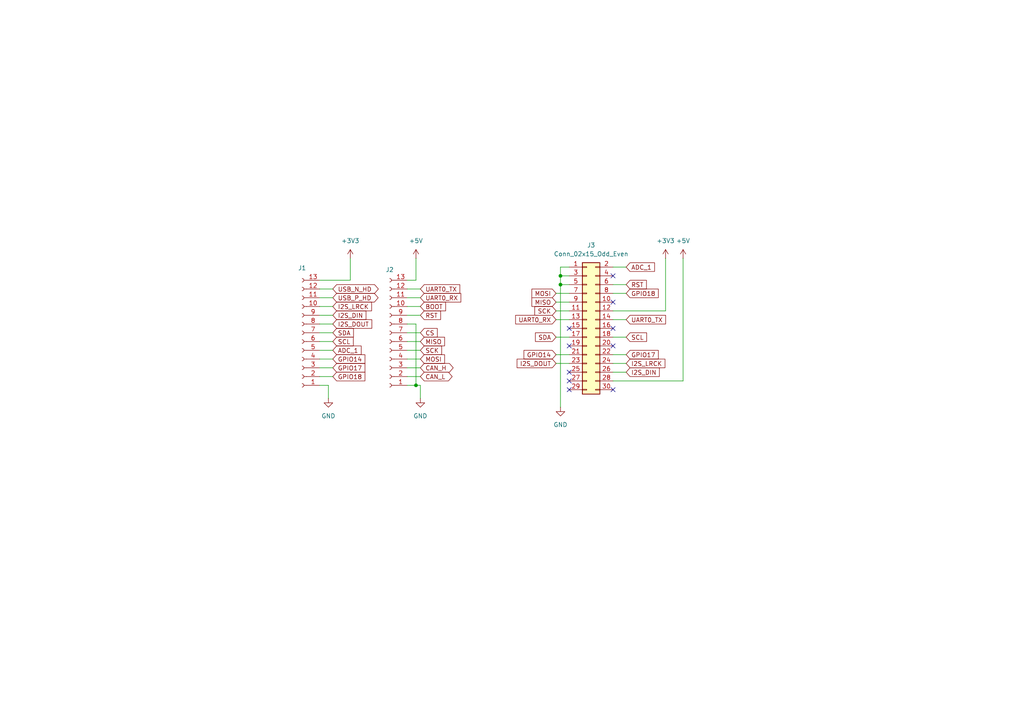
<source format=kicad_sch>
(kicad_sch (version 20250114) (generator "eeschema") (generator_version "9.0")
  (paper "A4")
  (lib_symbols
    (symbol "Connector:Conn_01x13_Socket" (pin_names (offset 1.016) (hide yes))
      (property "Reference" "J" (at 0 17.78 0))
      (property "Value" "Conn_01x13_Socket" (at 0 -17.78 0))
      (symbol "Conn_01x13_Socket_1_1"
        (polyline (pts (xy -1.27 15.24) (xy -0.508 15.24)) (stroke (width 0.1524)))
        (polyline (pts (xy -1.27 12.7) (xy -0.508 12.7)) (stroke (width 0.1524)))
        (polyline (pts (xy -1.27 10.16) (xy -0.508 10.16)) (stroke (width 0.1524)))
        (polyline (pts (xy -1.27 7.62) (xy -0.508 7.62)) (stroke (width 0.1524)))
        (polyline (pts (xy -1.27 5.08) (xy -0.508 5.08)) (stroke (width 0.1524)))
        (polyline (pts (xy -1.27 2.54) (xy -0.508 2.54)) (stroke (width 0.1524)))
        (polyline (pts (xy -1.27 0) (xy -0.508 0)) (stroke (width 0.1524)))
        (polyline (pts (xy -1.27 -2.54) (xy -0.508 -2.54)) (stroke (width 0.1524)))
        (polyline (pts (xy -1.27 -5.08) (xy -0.508 -5.08)) (stroke (width 0.1524)))
        (polyline (pts (xy -1.27 -7.62) (xy -0.508 -7.62)) (stroke (width 0.1524)))
        (polyline (pts (xy -1.27 -10.16) (xy -0.508 -10.16)) (stroke (width 0.1524)))
        (polyline (pts (xy -1.27 -12.7) (xy -0.508 -12.7)) (stroke (width 0.1524)))
        (polyline (pts (xy -1.27 -15.24) (xy -0.508 -15.24)) (stroke (width 0.1524)))
        (arc (start 0 14.732) (mid -0.5058 15.24) (end 0 15.748) (stroke (width 0.1524)))
        (arc (start 0 12.192) (mid -0.5058 12.7) (end 0 13.208) (stroke (width 0.1524)))
        (arc (start 0 9.652) (mid -0.5058 10.16) (end 0 10.668) (stroke (width 0.1524)))
        (arc (start 0 7.112) (mid -0.5058 7.62) (end 0 8.128) (stroke (width 0.1524)))
        (arc (start 0 4.572) (mid -0.5058 5.08) (end 0 5.588) (stroke (width 0.1524)))
        (arc (start 0 2.032) (mid -0.5058 2.54) (end 0 3.048) (stroke (width 0.1524)))
        (arc (start 0 -0.508) (mid -0.5058 0) (end 0 0.508) (stroke (width 0.1524)))
        (arc (start 0 -3.048) (mid -0.5058 -2.54) (end 0 -2.032) (stroke (width 0.1524)))
        (arc (start 0 -5.588) (mid -0.5058 -5.08) (end 0 -4.572) (stroke (width 0.1524)))
        (arc (start 0 -8.128) (mid -0.5058 -7.62) (end 0 -7.112) (stroke (width 0.1524)))
        (arc (start 0 -10.668) (mid -0.5058 -10.16) (end 0 -9.652) (stroke (width 0.1524)))
        (arc (start 0 -13.208) (mid -0.5058 -12.7) (end 0 -12.192) (stroke (width 0.1524)))
        (arc (start 0 -15.748) (mid -0.5058 -15.24) (end 0 -14.732) (stroke (width 0.1524)))
        (pin passive line (at -5.08 15.24 0) (length 3.81) (name "Pin_1") (number "1"))
        (pin passive line (at -5.08 12.7 0) (length 3.81) (name "Pin_2") (number "2"))
        (pin passive line (at -5.08 10.16 0) (length 3.81) (name "Pin_3") (number "3"))
        (pin passive line (at -5.08 7.62 0) (length 3.81) (name "Pin_4") (number "4"))
        (pin passive line (at -5.08 5.08 0) (length 3.81) (name "Pin_5") (number "5"))
        (pin passive line (at -5.08 2.54 0) (length 3.81) (name "Pin_6") (number "6"))
        (pin passive line (at -5.08 0 0) (length 3.81) (name "Pin_7") (number "7"))
        (pin passive line (at -5.08 -2.54 0) (length 3.81) (name "Pin_8") (number "8"))
        (pin passive line (at -5.08 -5.08 0) (length 3.81) (name "Pin_9") (number "9"))
        (pin passive line (at -5.08 -7.62 0) (length 3.81) (name "Pin_10") (number "10"))
        (pin passive line (at -5.08 -10.16 0) (length 3.81) (name "Pin_11") (number "11"))
        (pin passive line (at -5.08 -12.7 0) (length 3.81) (name "Pin_12") (number "12"))
        (pin passive line (at -5.08 -15.24 0) (length 3.81) (name "Pin_13") (number "13"))
      )
    )
    (symbol "Connector_Generic:Conn_02x15_Odd_Even" (pin_names (offset 1.016) (hide yes))
      (property "Reference" "J" (at 1.27 20.32 0))
      (property "Value" "Conn_02x15_Odd_Even" (at 1.27 -20.32 0))
      (symbol "Conn_02x15_Odd_Even_1_1"
        (rectangle (start -1.27 19.05) (end 3.81 -19.05) (stroke (width 0.254)) (fill (type background)))
        (rectangle (start -1.27 17.907) (end 0 17.653) (stroke (width 0.1524)))
        (rectangle (start -1.27 15.367) (end 0 15.113) (stroke (width 0.1524)))
        (rectangle (start -1.27 12.827) (end 0 12.573) (stroke (width 0.1524)))
        (rectangle (start -1.27 10.287) (end 0 10.033) (stroke (width 0.1524)))
        (rectangle (start -1.27 7.747) (end 0 7.493) (stroke (width 0.1524)))
        (rectangle (start -1.27 5.207) (end 0 4.953) (stroke (width 0.1524)))
        (rectangle (start -1.27 2.667) (end 0 2.413) (stroke (width 0.1524)))
        (rectangle (start -1.27 0.127) (end 0 -0.127) (stroke (width 0.1524)))
        (rectangle (start -1.27 -2.413) (end 0 -2.667) (stroke (width 0.1524)))
        (rectangle (start -1.27 -4.953) (end 0 -5.207) (stroke (width 0.1524)))
        (rectangle (start -1.27 -7.493) (end 0 -7.747) (stroke (width 0.1524)))
        (rectangle (start -1.27 -10.033) (end 0 -10.287) (stroke (width 0.1524)))
        (rectangle (start -1.27 -12.573) (end 0 -12.827) (stroke (width 0.1524)))
        (rectangle (start -1.27 -15.113) (end 0 -15.367) (stroke (width 0.1524)))
        (rectangle (start -1.27 -17.653) (end 0 -17.907) (stroke (width 0.1524)))
        (rectangle (start 3.81 17.907) (end 2.54 17.653) (stroke (width 0.1524)))
        (rectangle (start 3.81 15.367) (end 2.54 15.113) (stroke (width 0.1524)))
        (rectangle (start 3.81 12.827) (end 2.54 12.573) (stroke (width 0.1524)))
        (rectangle (start 3.81 10.287) (end 2.54 10.033) (stroke (width 0.1524)))
        (rectangle (start 3.81 7.747) (end 2.54 7.493) (stroke (width 0.1524)))
        (rectangle (start 3.81 5.207) (end 2.54 4.953) (stroke (width 0.1524)))
        (rectangle (start 3.81 2.667) (end 2.54 2.413) (stroke (width 0.1524)))
        (rectangle (start 3.81 0.127) (end 2.54 -0.127) (stroke (width 0.1524)))
        (rectangle (start 3.81 -2.413) (end 2.54 -2.667) (stroke (width 0.1524)))
        (rectangle (start 3.81 -4.953) (end 2.54 -5.207) (stroke (width 0.1524)))
        (rectangle (start 3.81 -7.493) (end 2.54 -7.747) (stroke (width 0.1524)))
        (rectangle (start 3.81 -10.033) (end 2.54 -10.287) (stroke (width 0.1524)))
        (rectangle (start 3.81 -12.573) (end 2.54 -12.827) (stroke (width 0.1524)))
        (rectangle (start 3.81 -15.113) (end 2.54 -15.367) (stroke (width 0.1524)))
        (rectangle (start 3.81 -17.653) (end 2.54 -17.907) (stroke (width 0.1524)))
        (pin passive line (at -5.08 17.78 0) (length 3.81) (name "Pin_1") (number "1"))
        (pin passive line (at -5.08 15.24 0) (length 3.81) (name "Pin_3") (number "3"))
        (pin passive line (at -5.08 12.7 0) (length 3.81) (name "Pin_5") (number "5"))
        (pin passive line (at -5.08 10.16 0) (length 3.81) (name "Pin_7") (number "7"))
        (pin passive line (at -5.08 7.62 0) (length 3.81) (name "Pin_9") (number "9"))
        (pin passive line (at -5.08 5.08 0) (length 3.81) (name "Pin_11") (number "11"))
        (pin passive line (at -5.08 2.54 0) (length 3.81) (name "Pin_13") (number "13"))
        (pin passive line (at -5.08 0 0) (length 3.81) (name "Pin_15") (number "15"))
        (pin passive line (at -5.08 -2.54 0) (length 3.81) (name "Pin_17") (number "17"))
        (pin passive line (at -5.08 -5.08 0) (length 3.81) (name "Pin_19") (number "19"))
        (pin passive line (at -5.08 -7.62 0) (length 3.81) (name "Pin_21") (number "21"))
        (pin passive line (at -5.08 -10.16 0) (length 3.81) (name "Pin_23") (number "23"))
        (pin passive line (at -5.08 -12.7 0) (length 3.81) (name "Pin_25") (number "25"))
        (pin passive line (at -5.08 -15.24 0) (length 3.81) (name "Pin_27") (number "27"))
        (pin passive line (at -5.08 -17.78 0) (length 3.81) (name "Pin_29") (number "29"))
        (pin passive line (at 7.62 17.78 180) (length 3.81) (name "Pin_2") (number "2"))
        (pin passive line (at 7.62 15.24 180) (length 3.81) (name "Pin_4") (number "4"))
        (pin passive line (at 7.62 12.7 180) (length 3.81) (name "Pin_6") (number "6"))
        (pin passive line (at 7.62 10.16 180) (length 3.81) (name "Pin_8") (number "8"))
        (pin passive line (at 7.62 7.62 180) (length 3.81) (name "Pin_10") (number "10"))
        (pin passive line (at 7.62 5.08 180) (length 3.81) (name "Pin_12") (number "12"))
        (pin passive line (at 7.62 2.54 180) (length 3.81) (name "Pin_14") (number "14"))
        (pin passive line (at 7.62 0 180) (length 3.81) (name "Pin_16") (number "16"))
        (pin passive line (at 7.62 -2.54 180) (length 3.81) (name "Pin_18") (number "18"))
        (pin passive line (at 7.62 -5.08 180) (length 3.81) (name "Pin_20") (number "20"))
        (pin passive line (at 7.62 -7.62 180) (length 3.81) (name "Pin_22") (number "22"))
        (pin passive line (at 7.62 -10.16 180) (length 3.81) (name "Pin_24") (number "24"))
        (pin passive line (at 7.62 -12.7 180) (length 3.81) (name "Pin_26") (number "26"))
        (pin passive line (at 7.62 -15.24 180) (length 3.81) (name "Pin_28") (number "28"))
        (pin passive line (at 7.62 -17.78 180) (length 3.81) (name "Pin_30") (number "30"))
      )
    )
    (symbol "power:+3V3" (power) (pin_numbers (hide yes)) (pin_names (offset 0) (hide yes))
      (property "Value" "+3V3" (at 0 3.556 0))
      (symbol "+3V3_0_1"
        (polyline (pts (xy -0.762 1.27) (xy 0 2.54)))
        (polyline (pts (xy 0 2.54) (xy 0.762 1.27)))
        (polyline (pts (xy 0 0) (xy 0 2.54)))
      )
      (symbol "+3V3_1_1"
        (pin power_in line (at 0 0 90) (length 0) (name "~") (number "1"))
      )
    )
    (symbol "power:+5V" (power) (pin_numbers (hide yes)) (pin_names (offset 0) (hide yes))
      (property "Value" "+5V" (at 0 3.556 0))
      (symbol "+5V_0_1"
        (polyline (pts (xy -0.762 1.27) (xy 0 2.54)))
        (polyline (pts (xy 0 2.54) (xy 0.762 1.27)))
        (polyline (pts (xy 0 0) (xy 0 2.54)))
      )
      (symbol "+5V_1_1"
        (pin power_in line (at 0 0 90) (length 0) (name "~") (number "1"))
      )
    )
    (symbol "power:GND" (power) (pin_numbers (hide yes)) (pin_names (offset 0) (hide yes))
      (property "Value" "GND" (at 0 -3.81 0))
      (symbol "GND_0_1"
        (polyline (pts (xy 0 0) (xy 0 -1.27) (xy 1.27 -1.27) (xy 0 -2.54) (xy -1.27 -1.27) (xy 0 -1.27)))
      )
      (symbol "GND_1_1"
        (pin power_in line (at 0 0 270) (length 0) (name "~") (number "1"))
      )
    )
  )
  (junction (at 162.56 80.01))
  (junction (at 120.65 111.76))
  (junction (at 162.56 82.55))
  (no_connect (at 165.1 113.03))
  (no_connect (at 177.8 87.63))
  (no_connect (at 177.8 113.03))
  (no_connect (at 165.1 95.25))
  (no_connect (at 165.1 107.95))
  (no_connect (at 165.1 110.49))
  (no_connect (at 177.8 100.33))
  (no_connect (at 177.8 80.01))
  (no_connect (at 165.1 100.33))
  (no_connect (at 177.8 95.25))
  (wire (pts (xy 118.11 88.9) (xy 121.92 88.9)))
  (wire (pts (xy 118.11 99.06) (xy 121.92 99.06)))
  (wire (pts (xy 118.11 111.76) (xy 120.65 111.76)))
  (wire (pts (xy 92.71 81.28) (xy 101.6 81.28)))
  (wire (pts (xy 161.29 92.71) (xy 165.1 92.71)))
  (wire (pts (xy 118.11 106.68) (xy 121.92 106.68)))
  (wire (pts (xy 161.29 102.87) (xy 165.1 102.87)))
  (wire (pts (xy 92.71 88.9) (xy 96.52 88.9)))
  (wire (pts (xy 177.8 77.47) (xy 181.61 77.47)))
  (wire (pts (xy 92.71 111.76) (xy 95.25 111.76)))
  (wire (pts (xy 162.56 80.01) (xy 162.56 82.55)))
  (wire (pts (xy 92.71 91.44) (xy 96.52 91.44)))
  (wire (pts (xy 193.04 74.93) (xy 193.04 90.17)))
  (wire (pts (xy 161.29 90.17) (xy 165.1 90.17)))
  (wire (pts (xy 118.11 81.28) (xy 120.65 81.28)))
  (wire (pts (xy 118.11 109.22) (xy 121.92 109.22)))
  (wire (pts (xy 92.71 96.52) (xy 96.52 96.52)))
  (wire (pts (xy 177.8 102.87) (xy 181.61 102.87)))
  (wire (pts (xy 161.29 97.79) (xy 165.1 97.79)))
  (wire (pts (xy 92.71 99.06) (xy 96.52 99.06)))
  (wire (pts (xy 118.11 83.82) (xy 121.92 83.82)))
  (wire (pts (xy 118.11 101.6) (xy 121.92 101.6)))
  (wire (pts (xy 92.71 104.14) (xy 96.52 104.14)))
  (wire (pts (xy 118.11 91.44) (xy 121.92 91.44)))
  (wire (pts (xy 177.8 105.41) (xy 181.61 105.41)))
  (wire (pts (xy 198.12 110.49) (xy 177.8 110.49)))
  (wire (pts (xy 92.71 109.22) (xy 96.52 109.22)))
  (wire (pts (xy 177.8 97.79) (xy 181.61 97.79)))
  (wire (pts (xy 177.8 82.55) (xy 181.61 82.55)))
  (wire (pts (xy 165.1 77.47) (xy 162.56 77.47)))
  (wire (pts (xy 118.11 93.98) (xy 120.65 93.98)))
  (wire (pts (xy 92.71 93.98) (xy 96.52 93.98)))
  (wire (pts (xy 118.11 96.52) (xy 121.92 96.52)))
  (wire (pts (xy 95.25 111.76) (xy 95.25 115.57)))
  (wire (pts (xy 92.71 86.36) (xy 96.52 86.36)))
  (wire (pts (xy 161.29 85.09) (xy 165.1 85.09)))
  (wire (pts (xy 193.04 90.17) (xy 177.8 90.17)))
  (wire (pts (xy 177.8 85.09) (xy 181.61 85.09)))
  (wire (pts (xy 92.71 101.6) (xy 96.52 101.6)))
  (wire (pts (xy 118.11 86.36) (xy 121.92 86.36)))
  (wire (pts (xy 198.12 74.93) (xy 198.12 110.49)))
  (wire (pts (xy 162.56 77.47) (xy 162.56 80.01)))
  (wire (pts (xy 92.71 106.68) (xy 96.52 106.68)))
  (wire (pts (xy 177.8 107.95) (xy 181.61 107.95)))
  (wire (pts (xy 162.56 82.55) (xy 165.1 82.55)))
  (wire (pts (xy 120.65 93.98) (xy 120.65 111.76)))
  (wire (pts (xy 92.71 83.82) (xy 96.52 83.82)))
  (wire (pts (xy 120.65 74.93) (xy 120.65 81.28)))
  (wire (pts (xy 177.8 92.71) (xy 181.61 92.71)))
  (wire (pts (xy 101.6 74.93) (xy 101.6 81.28)))
  (wire (pts (xy 161.29 87.63) (xy 165.1 87.63)))
  (wire (pts (xy 162.56 82.55) (xy 162.56 118.11)))
  (wire (pts (xy 118.11 104.14) (xy 121.92 104.14)))
  (wire (pts (xy 121.92 111.76) (xy 121.92 115.57)))
  (wire (pts (xy 161.29 105.41) (xy 165.1 105.41)))
  (wire (pts (xy 120.65 111.76) (xy 121.92 111.76)))
  (wire (pts (xy 162.56 80.01) (xy 165.1 80.01)))
  (global_label "GPIO17" (shape input) (at 96.52 106.68 0) (property "Intersheetrefs" "${INTERSHEET_REFS}" (effects (hide yes))))
  (global_label "SDA" (shape input) (at 161.29 97.79 180) (property "Intersheetrefs" "${INTERSHEET_REFS}" (effects (hide yes))))
  (global_label "GPIO14" (shape input) (at 161.29 102.87 180) (property "Intersheetrefs" "${INTERSHEET_REFS}" (effects (hide yes))))
  (global_label "UART0_TX" (shape input) (at 181.61 92.71 0) (property "Intersheetrefs" "${INTERSHEET_REFS}" (effects (hide yes))))
  (global_label "CS" (shape input) (at 121.92 96.52 0) (property "Intersheetrefs" "${INTERSHEET_REFS}" (effects (hide yes))))
  (global_label "GPIO17" (shape input) (at 181.61 102.87 0) (property "Intersheetrefs" "${INTERSHEET_REFS}" (effects (hide yes))))
  (global_label "SCL" (shape input) (at 181.61 97.79 0) (property "Intersheetrefs" "${INTERSHEET_REFS}" (effects (hide yes))))
  (global_label "SCL" (shape input) (at 96.52 99.06 0) (property "Intersheetrefs" "${INTERSHEET_REFS}" (effects (hide yes))))
  (global_label "I2S_LRCK" (shape input) (at 96.52 88.9 0) (property "Intersheetrefs" "${INTERSHEET_REFS}" (effects (hide yes))))
  (global_label "UART0_RX" (shape input) (at 121.92 86.36 0) (property "Intersheetrefs" "${INTERSHEET_REFS}" (effects (hide yes))))
  (global_label "GPIO18" (shape input) (at 181.61 85.09 0) (property "Intersheetrefs" "${INTERSHEET_REFS}" (effects (hide yes))))
  (global_label "CAN_L" (shape bidirectional) (at 121.92 109.22 0) (property "Intersheetrefs" "${INTERSHEET_REFS}" (effects (hide yes))))
  (global_label "ADC_1" (shape input) (at 181.61 77.47 0) (property "Intersheetrefs" "${INTERSHEET_REFS}" (effects (hide yes))))
  (global_label "I2S_DOUT" (shape input) (at 96.52 93.98 0) (property "Intersheetrefs" "${INTERSHEET_REFS}" (effects (hide yes))))
  (global_label "MISO" (shape input) (at 121.92 99.06 0) (property "Intersheetrefs" "${INTERSHEET_REFS}" (effects (hide yes))))
  (global_label "I2S_DIN" (shape input) (at 96.52 91.44 0) (property "Intersheetrefs" "${INTERSHEET_REFS}" (effects (hide yes))))
  (global_label "MOSI" (shape input) (at 121.92 104.14 0) (property "Intersheetrefs" "${INTERSHEET_REFS}" (effects (hide yes))))
  (global_label "USB_N_HD" (shape bidirectional) (at 96.52 83.82 0) (property "Intersheetrefs" "${INTERSHEET_REFS}" (effects (hide yes))))
  (global_label "I2S_DOUT" (shape input) (at 161.29 105.41 180) (property "Intersheetrefs" "${INTERSHEET_REFS}" (effects (hide yes))))
  (global_label "GPIO18" (shape input) (at 96.52 109.22 0) (property "Intersheetrefs" "${INTERSHEET_REFS}" (effects (hide yes))))
  (global_label "ADC_1" (shape input) (at 96.52 101.6 0) (property "Intersheetrefs" "${INTERSHEET_REFS}" (effects (hide yes))))
  (global_label "SCK" (shape input) (at 121.92 101.6 0) (property "Intersheetrefs" "${INTERSHEET_REFS}" (effects (hide yes))))
  (global_label "USB_P_HD" (shape bidirectional) (at 96.52 86.36 0) (property "Intersheetrefs" "${INTERSHEET_REFS}" (effects (hide yes))))
  (global_label "SDA" (shape input) (at 96.52 96.52 0) (property "Intersheetrefs" "${INTERSHEET_REFS}" (effects (hide yes))))
  (global_label "BOOT" (shape input) (at 121.92 88.9 0) (property "Intersheetrefs" "${INTERSHEET_REFS}" (effects (hide yes))))
  (global_label "UART0_RX" (shape input) (at 161.29 92.71 180) (property "Intersheetrefs" "${INTERSHEET_REFS}" (effects (hide yes))))
  (global_label "UART0_TX" (shape input) (at 121.92 83.82 0) (property "Intersheetrefs" "${INTERSHEET_REFS}" (effects (hide yes))))
  (global_label "SCK" (shape input) (at 161.29 90.17 180) (property "Intersheetrefs" "${INTERSHEET_REFS}" (effects (hide yes))))
  (global_label "I2S_LRCK" (shape input) (at 181.61 105.41 0) (property "Intersheetrefs" "${INTERSHEET_REFS}" (effects (hide yes))))
  (global_label "GPIO14" (shape input) (at 96.52 104.14 0) (property "Intersheetrefs" "${INTERSHEET_REFS}" (effects (hide yes))))
  (global_label "MOSI" (shape input) (at 161.29 85.09 180) (property "Intersheetrefs" "${INTERSHEET_REFS}" (effects (hide yes))))
  (global_label "RST" (shape input) (at 121.92 91.44 0) (property "Intersheetrefs" "${INTERSHEET_REFS}" (effects (hide yes))))
  (global_label "I2S_DIN" (shape input) (at 181.61 107.95 0) (property "Intersheetrefs" "${INTERSHEET_REFS}" (effects (hide yes))))
  (global_label "RST" (shape input) (at 181.61 82.55 0) (property "Intersheetrefs" "${INTERSHEET_REFS}" (effects (hide yes))))
  (global_label "MISO" (shape input) (at 161.29 87.63 180) (property "Intersheetrefs" "${INTERSHEET_REFS}" (effects (hide yes))))
  (global_label "CAN_H" (shape bidirectional) (at 121.92 106.68 0) (property "Intersheetrefs" "${INTERSHEET_REFS}" (effects (hide yes))))
  (symbol (lib_id "power:+3V3") (at 101.6 74.93 0) (unit 1)
    (property "Reference" "#PWR02" (effects (hide yes)))
    (property "Value" "+3V3" (at 101.6 69.85 0))
    (property "Description" "Power symbol creates a global label with name \"+3V3\"" (effects (hide yes)))
  )
  (symbol (lib_id "power:+5V") (at 198.12 74.93 0) (unit 1)
    (property "Reference" "#PWR07" (effects (hide yes)))
    (property "Value" "+5V" (at 198.12 69.85 0))
    (property "Description" "Power symbol creates a global label with name \"+5V\"" (effects (hide yes)))
  )
  (symbol (lib_id "Connector:Conn_01x13_Socket") (at 113.03 96.52 180) (unit 1)
    (property "Reference" "J2" (at 113.03 78.232 0))
    (property "Value" "Conn_01x13_Socket" (effects (hide yes)))
    (property "Footprint" "Connector_PinSocket_2.54mm:PinSocket_1x13_P2.54mm_Vertical" (effects (hide yes)))
    (property "Description" "Generic connector, single row, 01x13, script generated" (effects (hide yes)))
  )
  (symbol (lib_id "power:GND") (at 95.25 115.57 0) (unit 1)
    (property "Reference" "#PWR01" (effects (hide yes)))
    (property "Value" "GND" (at 95.25 120.65 0))
    (property "Description" "Power symbol creates a global label with name \"GND\" , ground" (effects (hide yes)))
  )
  (symbol (lib_id "power:GND") (at 162.56 118.11 0) (unit 1)
    (property "Reference" "#PWR05" (effects (hide yes)))
    (property "Value" "GND" (at 162.56 123.19 0))
    (property "Description" "Power symbol creates a global label with name \"GND\" , ground" (effects (hide yes)))
  )
  (symbol (lib_id "Connector:Conn_01x13_Socket") (at 87.63 96.52 180) (unit 1)
    (property "Reference" "J1" (at 87.63 77.724 0))
    (property "Value" "Conn_01x13_Socket" (effects (hide yes)))
    (property "Footprint" "Connector_PinSocket_2.54mm:PinSocket_1x13_P2.54mm_Vertical" (effects (hide yes)))
    (property "Description" "Generic connector, single row, 01x13, script generated" (effects (hide yes)))
  )
  (symbol (lib_id "power:GND") (at 121.92 115.57 0) (unit 1)
    (property "Reference" "#PWR04" (effects (hide yes)))
    (property "Value" "GND" (at 121.92 120.65 0))
    (property "Description" "Power symbol creates a global label with name \"GND\" , ground" (effects (hide yes)))
  )
  (symbol (lib_id "Connector_Generic:Conn_02x15_Odd_Even") (at 170.18 95.25 0) (unit 1)
    (property "Reference" "J3" (at 171.45 71.12 0))
    (property "Value" "Conn_02x15_Odd_Even" (at 171.45 73.66 0))
    (property "Footprint" "Connector_PinHeader_2.54mm:PinHeader_2x15_P2.54mm_Vertical" (effects (hide yes)))
    (property "Description" "Generic connector, double row, 02x15, odd/even pin numbering scheme (row 1 odd numbers, row 2 even numbers), script generated (kicad-library-utils/schlib/autogen/connector/)" (effects (hide yes)))
  )
  (symbol (lib_id "power:+5V") (at 120.65 74.93 0) (unit 1)
    (property "Reference" "#PWR03" (effects (hide yes)))
    (property "Value" "+5V" (at 120.65 69.85 0))
    (property "Description" "Power symbol creates a global label with name \"+5V\"" (effects (hide yes)))
  )
  (symbol (lib_id "power:+3V3") (at 193.04 74.93 0) (unit 1)
    (property "Reference" "#PWR06" (effects (hide yes)))
    (property "Value" "+3V3" (at 193.04 69.85 0))
    (property "Description" "Power symbol creates a global label with name \"+3V3\"" (effects (hide yes)))
  )
)
</source>
